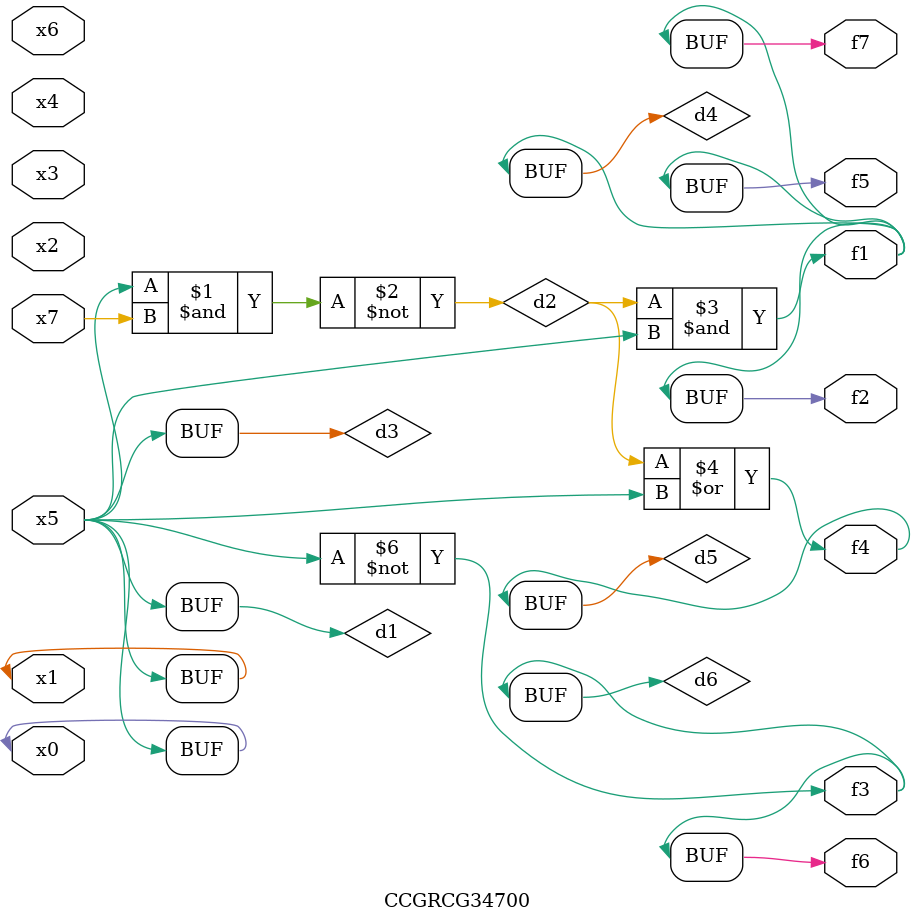
<source format=v>
module CCGRCG34700(
	input x0, x1, x2, x3, x4, x5, x6, x7,
	output f1, f2, f3, f4, f5, f6, f7
);

	wire d1, d2, d3, d4, d5, d6;

	buf (d1, x0, x5);
	nand (d2, x5, x7);
	buf (d3, x0, x1);
	and (d4, d2, d3);
	or (d5, d2, d3);
	nor (d6, d1, d3);
	assign f1 = d4;
	assign f2 = d4;
	assign f3 = d6;
	assign f4 = d5;
	assign f5 = d4;
	assign f6 = d6;
	assign f7 = d4;
endmodule

</source>
